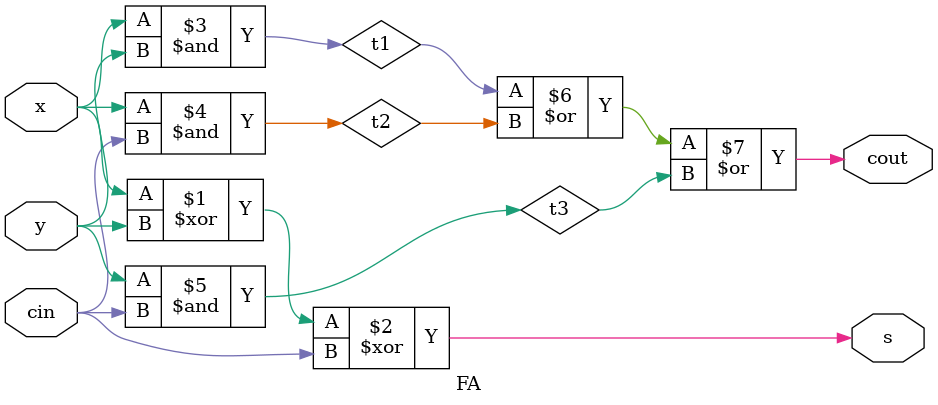
<source format=v>
`timescale 1ns / 1ps
module FA(
    input x,
    input y,
    input cin,
    output s,
    output cout
    );

	wire t1,t2,t3;
	
	xor U0(s,x,y,cin);
	and U1(t1,x,y);
	and U2(t2,x,cin);
	and U3(t3,y,cin);
	or U4(cout,t1,t2,t3);

endmodule

</source>
